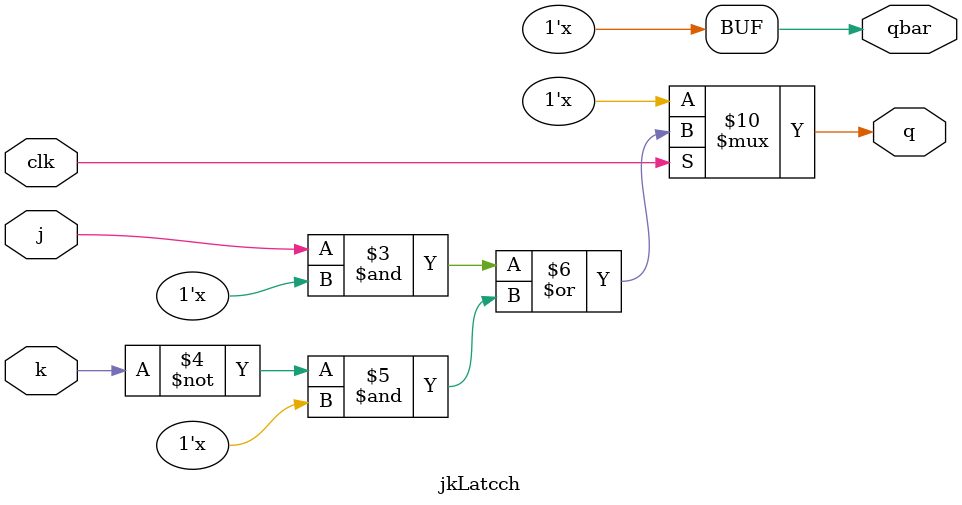
<source format=v>
`timescale 1ns / 1ps
module jkLatcch(
    input j,
    input k,
	 input clk,
    output reg q,
    output reg qbar
    );
	always @(clk, j, k) begin
        if (clk) begin
            // Standard JK latch logic
            q    <= (j & ~q) | (~k & q);
            qbar <= ~q;
        end
        // Else: latch holds previous value (implicit in reg behavior)
    end
	

endmodule

</source>
